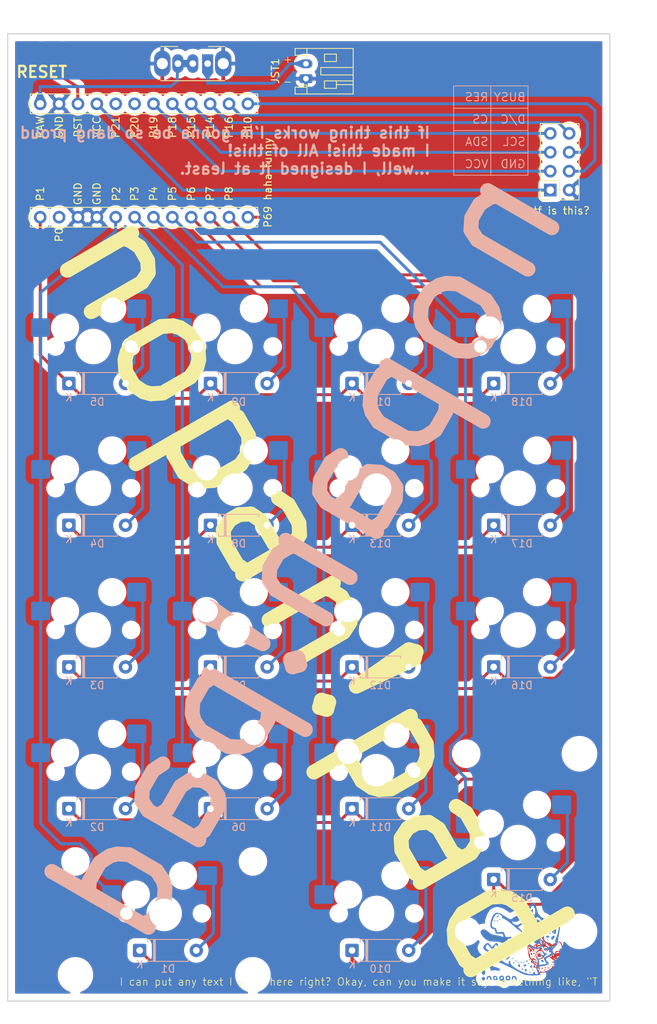
<source format=kicad_pcb>
(kicad_pcb (version 20241229) (generator "pcbnew") (generator_version "9.0")
  (title_block (title "nopanpad") (date "2026-01-01") (rev "first one lol") (company "nopan!"))
  (layers (0 "F.Cu" signal) (2 "B.Cu" mixed) (13 "F.Paste" user) (15 "B.Paste" user) (5 "F.SilkS" user "F.Silkscreen") (7 "B.SilkS" user "B.Silkscreen") (1 "F.Mask" user) (3 "B.Mask" user) (25 "Edge.Cuts" user))
  (net 0 "")
  (net 1 "RAW")
  (net 2 "GND")
  (net 3 "RST")
  (net 4 "VCC")
  (net 5 "col1")
  (net 6 "col1_row1")
  (net 7 "col1_row2")
  (net 8 "col1_row3")
  (net 9 "col1_row4")
  (net 10 "col1_row5")
  (net 11 "col2")
  (net 12 "col2_row2")
  (net 13 "col2_row3")
  (net 14 "col2_row4")
  (net 15 "col2_row5")
  (net 16 "col3")
  (net 17 "col3_row1")
  (net 18 "col3_row2")
  (net 19 "col3_row3")
  (net 20 "col3_row4")
  (net 21 "col3_row5")
  (net 22 "col4")
  (net 23 "col4_row1")
  (net 24 "col4_row3")
  (net 25 "col4_row4")
  (net 26 "col4_row5")
  (net 27 "row1")
  (net 28 "row2")
  (net 29 "row3")
  (net 30 "row4")
  (net 31 "row5")
  (net 32 "BAT_P")
  (net 33 "SDA")
  (net 34 "SCL")
  (net 35 "CS")
  (net 36 "DC")
  (net 37 "RES")
  (net 38 "BUSY")
  (footprint "Connector_JST:JST_PH_S2B-PH-K_1x02_P2.00mm_Horizontal" (layer "F.Cu") (at 149.125 33.025 90)
    (property "Reference" "JST1")
    (property "Value" "")
  )
  (footprint "Nopanboard:panicon_2.5mm" (layer "F.Cu") (at 181.617209 150.924417)
    (property "Reference" "nopan logo")
    (property "Value" "nopan!" (hide yes))
  )
  (footprint "Button_Switch_THT:SW_Slide_SPDT_Angled_CK_OS102011MA1Q" (layer "F.Cu") (at 135.9 31 180)
    (property "Reference" "REF**" (hide yes))
    (property "Value" "SW_Slide_SPDT_Angled_CK_OS102011MA1Q")
  )
  (footprint "ceoloide:mcu_nice_nano" (layer "F.Cu") (at 126.075 44.025 90)
    (property "Reference" "MCU1" (hide yes))
    (property "Value" "")
  )
  (footprint "Connector_PinSocket_2.54mm:PinSocket_2x04_P2.54mm_Vertical" (layer "F.Cu") (at 182 48 180)
    (property "Reference" "wtf is this?")
    (property "Value" "PinSocket_2x04_P2.54mm_Vertical")
  )
  (footprint "MX_Hotswap:MX-Hotswap-1U" (layer "B.Cu") (at 139.575 69.025 180)
    (property "Reference" "S9")
    (property "Value" "")
  )
  (footprint "Diode_THT:D_A-405_P7.62mm_Horizontal" (layer "B.Cu") (at 117.23 112.1)
    (property "Reference" "D3")
    (property "Value" "")
  )
  (footprint "Diode_THT:D_A-405_P7.62mm_Horizontal" (layer "B.Cu") (at 117.23 93.05)
    (property "Reference" "D4")
    (property "Value" "")
  )
  (footprint "MX_Hotswap:MX-Hotswap-1U" (layer "B.Cu") (at 120.525 126.175 180)
    (property "Reference" "S2")
    (property "Value" "")
  )
  (footprint "MX_Hotswap:MX-Hotswap-1U" (layer "B.Cu") (at 139.575 88.075 180)
    (property "Reference" "S8")
    (property "Value" "")
  )
  (footprint "MX_Hotswap:MX-Hotswap-1U" (layer "B.Cu") (at 139.575 107.125 180)
    (property "Reference" "S7")
    (property "Value" "")
  )
  (footprint "Diode_THT:D_A-405_P7.62mm_Horizontal" (layer "B.Cu") (at 136.28 112.1)
    (property "Reference" "D7")
    (property "Value" "")
  )
  (footprint "MX_Hotswap:MX-Hotswap-1U" (layer "B.Cu") (at 158.625 126.175 180)
    (property "Reference" "S11")
    (property "Value" "")
  )
  (footprint "MX_Hotswap:MX-Hotswap-1U" (layer "B.Cu") (at 120.525 69.025 180)
    (property "Reference" "S5")
    (property "Value" "")
  )
  (footprint "Diode_THT:D_A-405_P7.62mm_Horizontal" (layer "B.Cu") (at 174.38 112.1)
    (property "Reference" "D16")
    (property "Value" "")
  )
  (footprint "Diode_THT:D_A-405_P7.62mm_Horizontal" (layer "B.Cu") (at 136.28 74)
    (property "Reference" "D9")
    (property "Value" "")
  )
  (footprint "Diode_THT:D_A-405_P7.62mm_Horizontal" (layer "B.Cu") (at 155.33 150.2)
    (property "Reference" "D10")
    (property "Value" "")
  )
  (footprint "Diode_THT:D_A-405_P7.62mm_Horizontal" (layer "B.Cu") (at 155.33 131.15)
    (property "Reference" "D11")
    (property "Value" "")
  )
  (footprint "Diode_THT:D_A-405_P7.62mm_Horizontal" (layer "B.Cu") (at 174.38 74)
    (property "Reference" "D18")
    (property "Value" "")
  )
  (footprint "MX_Hotswap:MX-Hotswap-1U" (layer "B.Cu") (at 120.525 88.075 180)
    (property "Reference" "S4")
    (property "Value" "")
  )
  (footprint "MX_Hotswap:MX-Hotswap-1U" (layer "B.Cu") (at 158.625 145.225 180)
    (property "Reference" "S10")
    (property "Value" "")
  )
  (footprint "Nopanboard:panicon_5mm" (layer "B.Cu") (at 178 149 180)
    (property "Reference" "nopan!" (hide yes))
    (property "Value" "nopan_logo")
  )
  (footprint "MX_Hotswap:MX-Hotswap-2U-Vertical" (layer "B.Cu") (at 177.675 135.7 180)
    (property "Reference" "S15")
    (property "Value" "")
  )
  (footprint "Diode_THT:D_A-405_P7.62mm_Horizontal" (layer "B.Cu") (at 174.38 140.675)
    (property "Reference" "D15")
    (property "Value" "")
  )
  (footprint "Diode_THT:D_A-405_P7.62mm_Horizontal" (layer "B.Cu") (at 155.33 93.05)
    (property "Reference" "D13")
    (property "Value" "")
  )
  (footprint "Diode_THT:D_A-405_P7.62mm_Horizontal" (layer "B.Cu") (at 117.23 131.15)
    (property "Reference" "D2")
    (property "Value" "")
  )
  (footprint "Diode_THT:D_A-405_P7.62mm_Horizontal" (layer "B.Cu") (at 136.28 131.15)
    (property "Reference" "D6")
    (property "Value" "")
  )
  (footprint "MX_Hotswap:MX-Hotswap-1U" (layer "B.Cu") (at 158.625 107.125 180)
    (property "Reference" "S12")
    (property "Value" "")
  )
  (footprint "Diode_THT:D_A-405_P7.62mm_Horizontal" (layer "B.Cu") (at 117.23 74)
    (property "Reference" "D5")
    (property "Value" "")
  )
  (footprint "MX_Hotswap:MX-Hotswap-2U" (layer "B.Cu") (at 130.05 145.225 180)
    (property "Reference" "S1")
    (property "Value" "")
  )
  (footprint "MX_Hotswap:MX-Hotswap-1U" (layer "B.Cu") (at 158.625 69.025 180)
    (property "Reference" "S14")
    (property "Value" "")
  )
  (footprint "Diode_THT:D_A-405_P7.62mm_Horizontal" (layer "B.Cu") (at 126.755 150.2)
    (property "Reference" "D1")
    (property "Value" "")
  )
  (footprint "Diode_THT:D_A-405_P7.62mm_Horizontal" (layer "B.Cu") (at 155.33 112.1)
    (property "Reference" "D12")
    (property "Value" "")
  )
  (footprint "Diode_THT:D_A-405_P7.62mm_Horizontal" (layer "B.Cu") (at 174.38 93.05)
    (property "Reference" "D17")
    (property "Value" "")
  )
  (footprint "MX_Hotswap:MX-Hotswap-1U" (layer "B.Cu") (at 158.625 88.075 180)
    (property "Reference" "S13")
    (property "Value" "")
  )
  (footprint "MX_Hotswap:MX-Hotswap-1U" (layer "B.Cu") (at 177.675 88.075 180)
    (property "Reference" "S17")
    (property "Value" "")
  )
  (footprint "Diode_THT:D_A-405_P7.62mm_Horizontal" (layer "B.Cu") (at 136.28 93.05)
    (property "Reference" "D8")
    (property "Value" "")
  )
  (footprint "MX_Hotswap:MX-Hotswap-1U" (layer "B.Cu") (at 177.675 69.025 180)
    (property "Reference" "S18")
    (property "Value" "")
  )
  (footprint "Diode_THT:D_A-405_P7.62mm_Horizontal" (layer "B.Cu") (at 155.33 74)
    (property "Reference" "D14")
    (property "Value" "")
  )
  (footprint "MX_Hotswap:MX-Hotswap-1U" (layer "B.Cu") (at 177.675 107.125 180)
    (property "Reference" "S16")
    (property "Value" "")
  )
  (footprint "MX_Hotswap:MX-Hotswap-1U" (layer "B.Cu") (at 120.525 107.125 180)
    (property "Reference" "S3")
    (property "Value" "")
  )
  (footprint "MX_Hotswap:MX-Hotswap-1U" (layer "B.Cu") (at 139.575 126.175 180)
    (property "Reference" "S6")
    (property "Value" "")
  )
  (gr_rect (start 114 28) (end 116 30) (fill yes) (layers "F.Cu" "F.Mask") (net 3))
  (gr_rect (start 111 28) (end 113 30) (fill yes) (layers "F.Cu" "F.Mask") (net 2))
  (gr_line (start 190 157) (end 109 157) (stroke (width 0.15)) (layer "Edge.Cuts"))
  (gr_line (start 190 27) (end 190 157) (stroke (width 0.15)) (layer "Edge.Cuts"))
  (gr_line (start 109 27) (end 190 27) (stroke (width 0.15)) (layer "Edge.Cuts"))
  (gr_line (start 109 157) (end 109 27) (stroke (width 0.15)) (layer "Edge.Cuts"))
  (gr_text "-" (at 146 34 0) (layer "F.SilkS") (effects (font (size 1 1) (thickness 0.1)) (justify left bottom)))
  (gr_text "RESET" (at 110 33 0) (layer "F.SilkS") (effects (font (size 1.5 1.5) (thickness 0.3) (bold yes)) (justify left bottom)))
  (gr_text "nopan!pad" (at 112.899826 55.512087 300) (layer "F.SilkS") (effects (font (size 15 15) (thickness 2) (bold yes)) (justify left bottom)))
  (gr_text "+" (at 146 31 0) (layer "F.SilkS") (effects (font (size 1 1) (thickness 0.1)) (justify left bottom)))
  (gr_text "I can put any text I want here right? Okay, can you make it say something like, {dblquote}T" (at 124 155 0) (layer "F.SilkS") (effects (font (size 1 1) (thickness 0.1)) (justify left bottom)))
  (gr_text "nopan!pad" (at 186.34 49.8 60) (layer "B.SilkS") (effects (font (size 15 15) (thickness 2) (bold yes)) (justify left bottom mirror)))
  (gr_text "If this thing works I'm gonna be so dang proud\nI made this! All of this!\n...well, I designed it at least." (at 166 46 0) (layer "B.SilkS") (effects (font (size 1.5 1.5) (thickness 0.3) (bold yes)) (justify left bottom mirror)))
  (table (column_count 2) (layer "B.SilkS") (border (external yes) (header yes) (stroke (width 0.1))) (separators (rows yes) (cols yes) (stroke (width 0.1))) (column_widths 5 5) (row_heights 3 3 3 3) (cells (table_cell "RES" (start 169 34) (end 174 37) (margins 0.25 1.0025 0.25 1.0025) (span 1 1) (layer "B.SilkS") (effects (font (size 1.1 1.1)) (justify left mirror))) (table_cell "BUSY" (start 174 34) (end 179 37) (margins 0.25 1.0025 0.25 1.0025) (span 1 1) (layer "B.SilkS") (effects (font (size 1.1 1.1)) (justify left mirror))) (table_cell "CS" (start 169 37) (end 174 40) (margins 0.25 1.0025 0.25 1.0025) (span 1 1) (layer "B.SilkS") (effects (font (size 1.1 1.1)) (justify left mirror))) (table_cell "D/C" (start 174 37) (end 179 40) (margins 0.25 1.0025 0.25 1.0025) (span 1 1) (layer "B.SilkS") (effects (font (size 1.1 1.1)) (justify left mirror))) (table_cell "SDA" (start 169 40) (end 174 43) (margins 0.25 1.0025 0.25 1.0025) (span 1 1) (layer "B.SilkS") (effects (font (size 1.1 1.1)) (justify left mirror))) (table_cell "SCL" (start 174 40) (end 179 43) (margins 0.25 1.0025 0.25 1.0025) (span 1 1) (layer "B.SilkS") (effects (font (size 1.1 1.1)) (justify left mirror))) (table_cell "VCC" (start 169 43) (end 174 46) (margins 0.25 1.0025 0.25 1.0025) (span 1 1) (layer "B.SilkS") (effects (font (size 1.1 1.1)) (justify left mirror))) (table_cell "GND" (start 174 43) (end 179 46) (margins 0.25 1.0025 0.25 1.0025) (span 1 1) (layer "B.SilkS") (effects (font (size 1.1 1.1)) (justify left mirror)))))
  (segment (start 131.9 31) (end 131.787338 33.391266) (width 0.4) (layer "B.Cu") (net 1))
  (segment (start 131.787338 33.391266) (end 130.927949 34.071615) (width 0.4) (layer "B.Cu") (net 1))
  (segment (start 130.927949 34.071615) (end 113.346295 34.107423) (width 0.4) (layer "B.Cu") (net 1))
  (segment (start 133.9 31) (end 131.9 31) (width 1) (layer "B.Cu") (net 1))
  (segment (start 113.346295 34.107423) (end 113.375 36.405) (width 0.4) (layer "B.Cu") (net 1))
  (segment (start 115 32) (end 115 29) (width 0.4) (layer "F.Cu") (net 3))
  (segment (start 118.396506 34.107423) (end 118.455 36.405) (width 0.4) (layer "F.Cu") (net 3))
  (segment (start 115 32) (end 118.396506 34.107423) (width 0.4) (layer "F.Cu") (net 3))
  (segment (start 182 48) (end 132.59 48) (width 0.4) (layer "B.Cu") (net 4))
  (segment (start 132.59 48) (end 120.995 36.405) (width 0.4) (layer "B.Cu") (net 4))
  (segment (start 118.737204 135.86) (end 116.14 135.86) (width 0.4) (layer "B.Cu") (net 5))
  (segment (start 116.14 135.86) (end 113.44 133.16) (width 0.4) (layer "B.Cu") (net 5))
  (segment (start 113.44 104.585) (end 113.44 123.635) (width 0.4) (layer "B.Cu") (net 5))
  (segment (start 120.237 139.763) (end 120.237 137.359796) (width 0.4) (layer "B.Cu") (net 5))
  (segment (start 120.14 139.86) (end 120.237 139.763) (width 0.4) (layer "B.Cu") (net 5))
  (segment (start 113.44 104.585) (end 113.44 85.535) (width 0.4) (layer "B.Cu") (net 5))
  (segment (start 120.237 137.359796) (end 118.737204 135.86) (width 0.4) (layer "B.Cu") (net 5))
  (segment (start 113.44 66.485) (end 113.44 85.535) (width 0.4) (layer "B.Cu") (net 5))
  (segment (start 113.44 66.485) (end 113.44 61.74) (width 0.4) (layer "B.Cu") (net 5))
  (segment (start 122.965 142.685) (end 120.14 139.86) (width 0.4) (layer "B.Cu") (net 5))
  (segment (start 113.44 133.16) (end 113.44 123.635) (width 0.4) (layer "B.Cu") (net 5))
  (segment (start 113.44 61.74) (end 123.49607 53.551967) (width 0.4) (layer "B.Cu") (net 5))
  (segment (start 123.49607 53.551967) (end 123.535 51.645) (width 0.4) (layer "B.Cu") (net 5))
  (segment (start 135.892 140.145) (end 136.681 140.934) (width 0.4) (layer "B.Cu") (net 6))
  (segment (start 136.681 147.894) (end 134.375 150.2) (width 0.4) (layer "B.Cu") (net 6))
  (segment (start 136.681 140.934) (end 136.681 147.894) (width 0.4) (layer "B.Cu") (net 6))
  (segment (start 126.367 121.095) (end 127.156 121.884) (width 0.4) (layer "B.Cu") (net 7))
  (segment (start 127.156 128.844) (end 124.85 131.15) (width 0.4) (layer "B.Cu") (net 7))
  (segment (start 127.156 121.884) (end 127.156 128.844) (width 0.4) (layer "B.Cu") (net 7))
  (segment (start 127.156 109.794) (end 124.85 112.1) (width 0.4) (layer "B.Cu") (net 8))
  (segment (start 127.156 102.834) (end 127.156 109.794) (width 0.4) (layer "B.Cu") (net 8))
  (segment (start 126.367 102.045) (end 127.156 102.834) (width 0.4) (layer "B.Cu") (net 8))
  (segment (start 127.156 90.744) (end 124.85 93.05) (width 0.4) (layer "B.Cu") (net 9))
  (segment (start 127.156 83.784) (end 127.156 90.744) (width 0.4) (layer "B.Cu") (net 9))
  (segment (start 126.367 82.995) (end 127.156 83.784) (width 0.4) (layer "B.Cu") (net 9))
  (segment (start 126.367 63.945) (end 127.156 64.734) (width 0.4) (layer "B.Cu") (net 10))
  (segment (start 127.156 71.694) (end 124.85 74) (width 0.4) (layer "B.Cu") (net 10))
  (segment (start 127.156 64.734) (end 127.156 71.694) (width 0.4) (layer "B.Cu") (net 10))
  (segment (start 132.49 66.485) (end 132.49 58.06) (width 0.4) (layer "B.Cu") (net 11))
  (segment (start 132.49 123.635) (end 132.49 104.585) (width 0.4) (layer "B.Cu") (net 11))
  (segment (start 132.49 58.06) (end 126.075 51.645) (width 0.4) (layer "B.Cu") (net 11))
  (segment (start 132.49 85.535) (end 132.49 104.585) (width 0.4) (layer "B.Cu") (net 11))
  (segment (start 132.49 85.535) (end 132.49 66.485) (width 0.4) (layer "B.Cu") (net 11))
  (segment (start 146.206 121.884) (end 146.206 128.844) (width 0.4) (layer "B.Cu") (net 12))
  (segment (start 145.417 121.095) (end 146.206 121.884) (width 0.4) (layer "B.Cu") (net 12))
  (segment (start 146.206 128.844) (end 143.9 131.15) (width 0.4) (layer "B.Cu") (net 12))
  (segment (start 145.417 102.045) (end 146.206 102.834) (width 0.4) (layer "B.Cu") (net 13))
  (segment (start 146.206 102.834) (end 146.206 109.794) (width 0.4) (layer "B.Cu") (net 13))
  (segment (start 146.206 109.794) (end 143.9 112.1) (width 0.4) (layer "B.Cu") (net 13))
  (segment (start 146.206 83.784) (end 146.206 90.744) (width 0.4) (layer "B.Cu") (net 14))
  (segment (start 146.206 90.744) (end 143.9 93.05) (width 0.4) (layer "B.Cu") (net 14))
  (segment (start 145.417 82.995) (end 146.206 83.784) (width 0.4) (layer "B.Cu") (net 14))
  (segment (start 146.206 64.734) (end 146.206 71.694) (width 0.4) (layer "B.Cu") (net 15))
  (segment (start 146.206 71.694) (end 143.9 74) (width 0.4) (layer "B.Cu") (net 15))
  (segment (start 145.417 63.945) (end 146.206 64.734) (width 0.4) (layer "B.Cu") (net 15))
  (segment (start 151.54 123.635) (end 151.54 104.585) (width 0.4) (layer "B.Cu") (net 16))
  (segment (start 147.149 61) (end 138 61) (width 0.4) (layer "B.Cu") (net 16))
  (segment (start 151.54 142.685) (end 151.54 123.635) (width 0.4) (layer "B.Cu") (net 16))
  (segment (start 151.54 66.485) (end 147.149 61) (width 0.4) (layer "B.Cu") (net 16))
  (segment (start 138 61) (end 128.615 51.645) (width 0.4) (layer "B.Cu") (net 16))
  (segment (start 151.54 85.535) (end 151.54 66.485) (width 0.4) (layer "B.Cu") (net 16))
  (segment (start 151.54 85.535) (end 151.54 104.585) (width 0.4) (layer "B.Cu") (net 16))
  (segment (start 165.256 140.934) (end 165.256 147.894) (width 0.4) (layer "B.Cu") (net 17))
  (segment (start 165.256 147.894) (end 162.95 150.2) (width 0.4) (layer "B.Cu") (net 17))
  (segment (start 164.467 140.145) (end 165.256 140.934) (width 0.4) (layer "B.Cu") (net 17))
  (segment (start 165.256 128.844) (end 162.95 131.15) (width 0.4) (layer "B.Cu") (net 18))
  (segment (start 164.467 121.095) (end 165.256 121.884) (width 0.4) (layer "B.Cu") (net 18))
  (segment (start 165.256 121.884) (end 165.256 128.844) (width 0.4) (layer "B.Cu") (net 18))
  (segment (start 165.256 102.834) (end 165.256 109.794) (width 0.4) (layer "B.Cu") (net 19))
  (segment (start 165.256 109.794) (end 162.95 112.1) (width 0.4) (layer "B.Cu") (net 19))
  (segment (start 164.467 102.045) (end 165.256 102.834) (width 0.4) (layer "B.Cu") (net 19))
  (segment (start 166 84.528) (end 166 90) (width 0.4) (layer "B.Cu") (net 20))
  (segment (start 166 90) (end 162.95 93.05) (width 0.4) (layer "B.Cu") (net 20))
  (segment (start 164.467 82.995) (end 166 84.528) (width 0.4) (layer "B.Cu") (net 20))
  (segment (start 165.256 71.694) (end 162.95 74) (width 0.4) (layer "B.Cu") (net 21))
  (segment (start 164.467 63.945) (end 165.256 64.734) (width 0.4) (layer "B.Cu") (net 21))
  (segment (start 165.256 64.734) (end 165.256 71.694) (width 0.4) (layer "B.Cu") (net 21))
  (segment (start 159.105 55) (end 170.59 66.485) (width 0.4) (layer "B.Cu") (net 22))
  (segment (start 168.565 122.881796) (end 168.565 124.975) (width 0.4) (layer "B.Cu") (net 22))
  (segment (start 170.59 85.535) (end 170.59 66.485) (width 0.4) (layer "B.Cu") (net 22))
  (segment (start 134.51 55) (end 159.105 55) (width 0.4) (layer "B.Cu") (net 22))
  (segment (start 170.59 133.16) (end 170.59 127) (width 0.4) (layer "B.Cu") (net 22))
  (segment (start 131.155 51.645) (end 134.51 55) (width 0.4) (layer "B.Cu") (net 22))
  (segment (start 170.59 121) (end 170.446796 121) (width 0.4) (layer "B.Cu") (net 22))
  (segment (start 170.446796 121) (end 168.565 122.881796) (width 0.4) (layer "B.Cu") (net 22))
  (segment (start 170.59 85.535) (end 170.59 104.585) (width 0.4) (layer "B.Cu") (net 22))
  (segment (start 168.565 124.975) (end 170.59 127) (width 0.4) (layer "B.Cu") (net 22))
  (segment (start 170.59 121) (end 170.59 104.585) (width 0.4) (layer "B.Cu") (net 22))
  (segment (start 184.306 138.369) (end 182 140.675) (width 0.4) (layer "B.Cu") (net 23))
  (segment (start 183.517 130.62) (end 184.306 131.409) (width 0.4) (layer "B.Cu") (net 23))
  (segment (start 184.306 131.409) (end 184.306 138.369) (width 0.4) (layer "B.Cu") (net 23))
  (segment (start 183.517 102.045) (end 184.306 102.834) (width 0.4) (layer "B.Cu") (net 24))
  (segment (start 184.306 102.834) (end 184.306 109.794) (width 0.4) (layer "B.Cu") (net 24))
  (segment (start 184.306 109.794) (end 182 112.1) (width 0.4) (layer "B.Cu") (net 24))
  (segment (start 184.306 90.744) (end 182 93.05) (width 0.4) (layer "B.Cu") (net 25))
  (segment (start 184.306 83.784) (end 184.306 90.744) (width 0.4) (layer "B.Cu") (net 25))
  (segment (start 183.517 82.995) (end 184.306 83.784) (width 0.4) (layer "B.Cu") (net 25))
  (segment (start 183.517 63.945) (end 184.306 64.734) (width 0.4) (layer "B.Cu") (net 26))
  (segment (start 184.306 64.734) (end 184.306 71.694) (width 0.4) (layer "B.Cu") (net 26))
  (segment (start 184.306 71.694) (end 182 74) (width 0.4) (layer "B.Cu") (net 26))
  (segment (start 157 153) (end 155.33 151.33) (width 0.4) (layer "F.Cu") (net 27))
  (segment (start 138 153) (end 140.1149 150.8851) (width 0.4) (layer "F.Cu") (net 27))
  (segment (start 141.315 51.645) (end 180.043355 51.645) (width 0.4) (layer "F.Cu") (net 27))
  (segment (start 184.403 127) (end 188.403 130) (width 0.4) (layer "F.Cu") (net 27))
  (segment (start 140.1149 150.8851) (end 143.8851 150.8851) (width 0.4) (layer "F.Cu") (net 27))
  (segment (start 188.403 130) (end 188.403 136.394735) (width 0.4) (layer "F.Cu") (net 27))
  (segment (start 143.8851 150.8851) (end 146 153) (width 0.4) (layer "F.Cu") (net 27))
  (segment (start 155.33 150.2) (end 155.33 151.67) (width 0.4) (layer "F.Cu") (net 27))
  (segment (start 174.38 140.675) (end 174.38 143.62) (width 0.4) (layer "F.Cu") (net 27))
  (segment (start 165 150.322796) (end 165 153) (width 0.4) (layer "F.Cu") (net 27))
  (segment (start 178 144) (end 174.675 140.675) (width 0.4) (layer "F.Cu") (net 27))
  (segment (start 154 153) (end 146 153) (width 0.4) (layer "F.Cu") (net 27))
  (segment (start 180.043355 51.645) (end 188.403 60.004645) (width 0.4) (layer "F.Cu") (net 27))
  (segment (start 165 153) (end 157 153) (width 0.4) (layer "F.Cu") (net 27))
  (segment (start 174.675 140.675) (end 174.38 140.675) (width 0.4) (layer "F.Cu") (net 27))
  (segment (start 138 153) (end 129.555 153) (width 0.4) (layer "F.Cu") (net 27))
  (segment (start 174.38 143.62) (end 171.702796 143.62) (width 0.4) (layer "F.Cu") (net 27))
  (segment (start 186 119) (end 183 122) (width 0.4) (layer "F.Cu") (net 27))
  (segment (start 171.702796 143.62) (end 165 150.322796) (width 0.4) (layer "F.Cu") (net 27))
  (segment (start 188.403 119) (end 186 119) (width 0.4) (layer "F.Cu") (net 27))
  (segment (start 183 126) (end 184.403 127) (width 0.4) (layer "F.Cu") (net 27))
  (segment (start 188.403 136.394735) (end 180.797735 144) (width 0.4) (layer "F.Cu") (net 27))
  (segment (start 183 122) (end 183 126) (width 0.4) (layer "F.Cu") (net 27))
  (segment (start 188.403 60.004645) (end 188.403 119) (width 0.4) (layer "F.Cu") (net 27))
  (segment (start 180.797735 144) (end 178 144) (width 0.4) (layer "F.Cu") (net 27))
  (segment (start 155.33 151.33) (end 155.33 150.2) (width 0.4) (layer "F.Cu") (net 27))
  (segment (start 155.33 151.67) (end 154 153) (width 0.4) (layer "F.Cu") (net 27))
  (segment (start 129.555 153) (end 126.755 150.2) (width 0.4) (layer "F.Cu") (net 27))
  (segment (start 155.33 131.15) (end 158.18 134) (width 0.4) (layer "F.Cu") (net 28))
  (segment (start 170.177761 127.177761) (end 171.822239 127.177761) (width 0.4) (layer "F.Cu") (net 28))
  (segment (start 134.779 132.651) (end 118.731 132.651) (width 0.4) (layer "F.Cu") (net 28))
  (segment (start 136.28 131.15) (end 134.779 132.651) (width 0.4) (layer "F.Cu") (net 28))
  (segment (start 118.731 132.651) (end 117.23 131.15) (width 0.4) (layer "F.Cu") (net 28))
  (segment (start 174 125) (end 174 123.355522) (width 0.4) (layer "F.Cu") (net 28))
  (segment (start 186.663571 59.398) (end 146.528 59.398) (width 0.4) (layer "F.Cu") (net 28))
  (segment (start 187.602 109.753521) (end 187.602 60.33643) (width 0.4) (layer "F.Cu") (net 28))
  (segment (start 158.18 134) (end 163.355521 134) (width 0.4) (layer "F.Cu") (net 28))
  (segment (start 187.602 60.33643) (end 186.663571 59.398) (width 0.4) (layer "F.Cu") (net 28))
  (segment (start 171.822239 127.177761) (end 174 125) (width 0.4) (layer "F.Cu") (net 28))
  (segment (start 174 123.355522) (end 187.602 109.753521) (width 0.4) (layer "F.Cu") (net 28))
  (segment (start 136.28 131.15) (end 138.13 133) (width 0.4) (layer "F.Cu") (net 28))
  (segment (start 138.13 133) (end 153.48 133) (width 0.4) (layer "F.Cu") (net 28))
  (segment (start 146.528 59.398) (end 138.775 51.645) (width 0.4) (layer "F.Cu") (net 28))
  (segment (start 153.48 133) (end 155.33 131.15) (width 0.4) (layer "F.Cu") (net 28))
  (segment (start 163.355521 134) (end 170.177761 127.177761) (width 0.4) (layer "F.Cu") (net 28))
  (segment (start 144.789 60.199) (end 186.331785 60.199) (width 0.4) (layer "F.Cu") (net 29))
  (segment (start 153.43 114) (end 155.33 112.1) (width 0.4) (layer "F.Cu") (net 29))
  (segment (start 182.621735 113.601) (end 175.881 113.601) (width 0.4) (layer "F.Cu") (net 29))
  (segment (start 136.235 51.645) (end 144.789 60.199) (width 0.4) (layer "F.Cu") (net 29))
  (segment (start 138.18 114) (end 153.43 114) (width 0.4) (layer "F.Cu") (net 29))
  (segment (start 175.881 113.601) (end 174.38 112.1) (width 0.4) (layer "F.Cu") (net 29))
  (segment (start 155.33 112.1) (end 158.23 115) (width 0.4) (layer "F.Cu") (net 29))
  (segment (start 186.801 109.421735) (end 182.621735 113.601) (width 0.4) (layer "F.Cu") (net 29))
  (segment (start 120.13 115) (end 133.38 115) (width 0.4) (layer "F.Cu") (net 29))
  (segment (start 133.38 115) (end 136.28 112.1) (width 0.4) (layer "F.Cu") (net 29))
  (segment (start 158.23 115) (end 171.48 115) (width 0.4) (layer "F.Cu") (net 29))
  (segment (start 186.331785 60.199) (end 186.801 60.668215) (width 0.4) (layer "F.Cu") (net 29))
  (segment (start 136.28 112.1) (end 138.18 114) (width 0.4) (layer "F.Cu") (net 29))
  (segment (start 186.801 60.668215) (end 186.801 109.421735) (width 0.4) (layer "F.Cu") (net 29))
  (segment (start 171.48 115) (end 174.38 112.1) (width 0.4) (layer "F.Cu") (net 29))
  (segment (start 117.23 112.1) (end 120.13 115) (width 0.4) (layer "F.Cu") (net 29))
  (segment (start 158.28 96) (end 171.43 96) (width 0.4) (layer "F.Cu") (net 30))
  (segment (start 143.05 61) (end 186 61) (width 0.4) (layer "F.Cu") (net 30))
  (segment (start 133.695 51.645) (end 143.05 61) (width 0.4) (layer "F.Cu") (net 30))
  (segment (start 186 92) (end 183 95) (width 0.4) (layer "F.Cu") (net 30))
  (segment (start 136.28 93.05) (end 133.33 96) (width 0.4) (layer "F.Cu") (net 30))
  (segment (start 176.33 95) (end 174.38 93.05) (width 0.4) (layer "F.Cu") (net 30))
  (segment (start 155.33 93.05) (end 158.28 96) (width 0.4) (layer "F.Cu") (net 30))
  (segment (start 139.23 96) (end 136.28 93.05) (width 0.4) (layer "F.Cu") (net 30))
  (segment (start 183 95) (end 176.33 95) (width 0.4) (layer "F.Cu") (net 30))
  (segment (start 152.38 96) (end 139.23 96) (width 0.4) (layer "F.Cu") (net 30))
  (segment (start 133.33 96) (end 120.18 96) (width 0.4) (layer "F.Cu") (net 30))
  (segment (start 155.33 93.05) (end 152.38 96) (width 0.4) (layer "F.Cu") (net 30))
  (segment (start 171.43 96) (end 174.38 93.05) (width 0.4) (layer "F.Cu") (net 30))
  (segment (start 120.18 96) (end 117.23 93.05) (width 0.4) (layer "F.Cu") (net 30))
  (segment (start 186 61) (end 186 92) (width 0.4) (layer "F.Cu") (net 30))
  (segment (start 153.829 75.501) (end 137.781 75.501) (width 0.4) (layer "F.Cu") (net 31))
  (segment (start 119.23 76) (end 117.23 74) (width 0.4) (layer "F.Cu") (net 31))
  (segment (start 117.23 74) (end 113.375 70.145) (width 0.4) (layer "F.Cu") (net 31))
  (segment (start 137.781 75.501) (end 136.28 74) (width 0.4) (layer "F.Cu") (net 31))
  (segment (start 136.28 74) (end 134.28 76) (width 0.4) (layer "F.Cu") (net 31))
  (segment (start 155.33 74) (end 153.829 75.501) (width 0.4) (layer "F.Cu") (net 31))
  (segment (start 156.831 75.501) (end 155.33 74) (width 0.4) (layer "F.Cu") (net 31))
  (segment (start 113.375 70.145) (end 113.375 51.645) (width 0.4) (layer "F.Cu") (net 31))
  (segment (start 174.38 74) (end 172.879 75.501) (width 0.4) (layer "F.Cu") (net 31))
  (segment (start 134.28 76) (end 119.23 76) (width 0.4) (layer "F.Cu") (net 31))
  (segment (start 172.879 75.501) (end 156.831 75.501) (width 0.4) (layer "F.Cu") (net 31))
  (segment (start 147 31) (end 144.696067 33.641921) (width 0.4) (layer "B.Cu") (net 32))
  (segment (start 144.696067 33.641921) (end 135.891679 33.630298) (width 0.4) (layer "B.Cu") (net 32))
  (segment (start 135.891679 33.630298) (end 135.9 31.955577) (width 0.4) (layer "B.Cu") (net 32))
  (segment (start 149.125 31.025) (end 148.85 31.025) (width 0.4) (layer "B.Cu") (net 32))
  (segment (start 148.85 31.025) (end 147 31) (width 0.4) (layer "B.Cu") (net 32))
  (segment (start 135.9 31.955577) (end 135.9 31) (width 0.4) (layer "B.Cu") (net 32))
  (segment (start 182 45.46) (end 137.67 45.46) (width 0.4) (layer "B.Cu") (net 33))
  (segment (start 137.67 45.46) (end 128.615 36.405) (width 0.4) (layer "B.Cu") (net 33))
  (segment (start 186.50861 45.479314) (end 184.54 45.46) (width 0.4) (layer "B.Cu") (net 34))
  (segment (start 141.315 36.405) (end 187 36.405) (width 0.4) (layer "B.Cu") (net 34))
  (segment (start 188.020786 37.286478) (end 188 44) (width 0.4) (layer "B.Cu") (net 34))
  (segment (start 187 36.405) (end 188.020786 37.286478) (width 0.4) (layer "B.Cu") (net 34))
  (segment (start 188 44) (end 186.50861 45.479314) (width 0.4) (layer "B.Cu") (net 34))
  (segment (start 182 42.92) (end 137.67 42.92) (width 0.4) (layer "B.Cu") (net 35))
  (segment (start 137.67 42.92) (end 131.155 36.405) (width 0.4) (layer "B.Cu") (net 35))
  (segment (start 140.27 37.9) (end 138.775 36.405) (width 0.4) (layer "B.Cu") (net 36))
  (segment (start 187 39) (end 186 37.9) (width 0.4) (layer "B.Cu") (net 36))
  (segment (start 186.237773 42.928927) (end 187 42) (width 0.4) (layer "B.Cu") (net 36))
  (segment (start 186 37.9) (end 140.27 37.9) (width 0.4) (layer "B.Cu") (net 36))
  (segment (start 187 42) (end 187 39) (width 0.4) (layer "B.Cu") (net 36))
  (segment (start 184.54 42.92) (end 186.237773 42.928927) (width 0.4) (layer "B.Cu") (net 36))
  (segment (start 137.67 40.38) (end 182 40.38) (width 0.4) (layer "B.Cu") (net 37))
  (segment (start 133.695 36.405) (end 137.67 40.38) (width 0.4) (layer "B.Cu") (net 37))
  (segment (start 138.759 38.929) (end 136.235 36.405) (width 0.4) (layer "B.Cu") (net 38))
  (segment (start 184.54 40.38) (end 183.089 38.929) (width 0.4) (layer "B.Cu") (net 38))
  (segment (start 183.089 38.929) (end 138.759 38.929) (width 0.4) (layer "B.Cu") (net 38))
  (zone (net 2) (net_name "GND") (layers "F.Cu" "B.Cu") (name "GND GRID") (connect_pads (clearance 0.75)) (min_thickness 0.25) (fill yes (thermal_gap 0.5) (thermal_bridge_width 0.5))
    (polygon (pts (xy 110 28) (xy 189 28) (xy 189 156) (xy 110 156)))
  )
)
</source>
